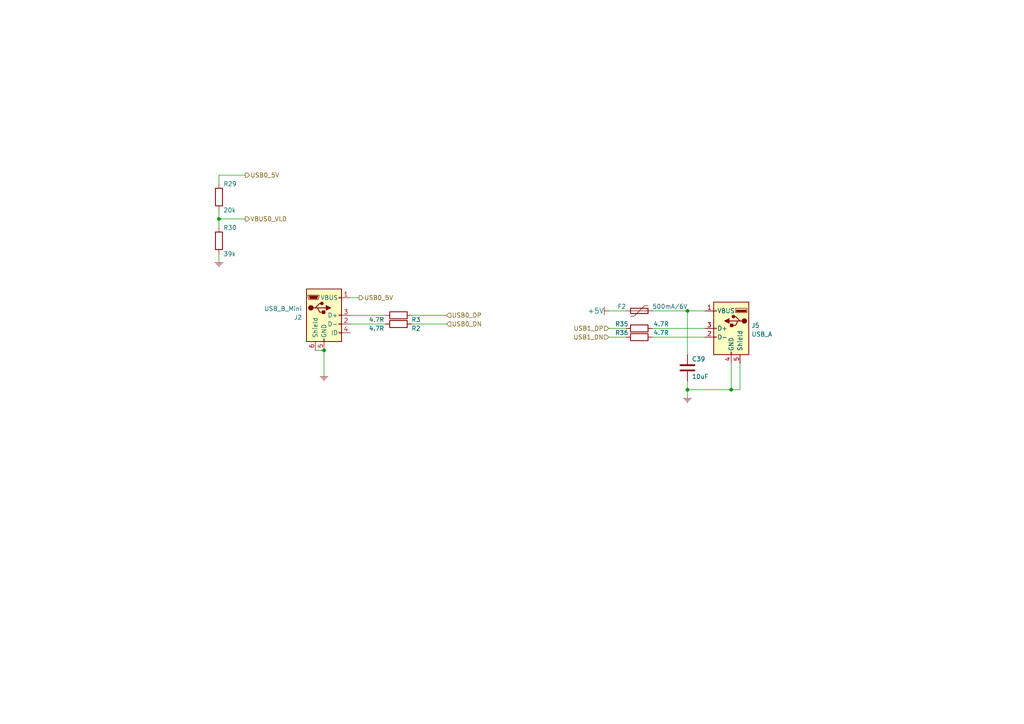
<source format=kicad_sch>
(kicad_sch (version 20230121) (generator eeschema)
  (paper "A4")
  (lib_symbols
    (symbol "0_power:+5V" (power) (pin_names (offset 1.016))
      (property "Value" "+5V" (at 0 1.27 0))
      (symbol "+5V_0_1"
        (polyline (pts (xy -1.143 0) (xy 1.143 0)))
        (polyline (pts (xy 0 0) (xy 0 -1.27)))
      )
      (symbol "+5V_1_1"
        (pin power_in line (at 0 -1.27 90) (length 0) hide (name "+5V") (number "1"))
      )
    )
    (symbol "0_power:GND" (power) (pin_names (offset 1.016))
      (symbol "GND_0_1"
        (polyline (pts (xy -1.143 0) (xy 1.143 0)))
        (polyline (pts (xy -0.762 -0.381) (xy 0.762 -0.381)))
        (polyline (pts (xy -0.381 -0.762) (xy 0.381 -0.762)))
        (polyline (pts (xy -0.127 -1.143) (xy 0.127 -1.143)))
      )
      (symbol "GND_1_1"
        (pin power_in line (at 0 0 270) (length 0) hide (name "GND") (number "1"))
      )
    )
    (symbol "0_ungrouped:USB_A" (pin_names (offset 1.016))
      (property "Reference" "J" (at -5.08 11.43 0))
      (property "Value" "USB_A" (at -5.08 8.89 0))
      (symbol "USB_A_0_1"
        (rectangle (start -5.08 -7.62) (end 5.08 7.62) (stroke (width 0.254)) (fill (type background)))
        (circle (center -3.81 2.159) (radius 0.635) (stroke (width 0.254)) (fill (type outline)))
        (rectangle (start -1.524 4.826) (end -4.318 5.334) (fill (type outline)))
        (rectangle (start -1.27 4.572) (end -4.572 5.842))
        (circle (center -0.635 3.429) (radius 0.381) (stroke (width 0.254)) (fill (type outline)))
        (rectangle (start -0.127 -7.62) (end 0.127 -6.858))
        (polyline (pts (xy -3.175 2.159) (xy -2.54 2.159) (xy -1.27 3.429) (xy -0.635 3.429)) (stroke (width 0.254)))
        (polyline (pts (xy -2.54 2.159) (xy -1.905 2.159) (xy -1.27 0.889) (xy 0 0.889)) (stroke (width 0.254)))
        (polyline (pts (xy 0.635 2.794) (xy 0.635 1.524) (xy 1.905 2.159) (xy 0.635 2.794)) (stroke (width 0.254)) (fill (type outline)))
        (rectangle (start 0.254 1.27) (end -0.508 0.508) (stroke (width 0.254)) (fill (type outline)))
        (rectangle (start 5.08 -2.667) (end 4.318 -2.413))
        (rectangle (start 5.08 -0.127) (end 4.318 0.127))
        (rectangle (start 5.08 4.953) (end 4.318 5.207))
      )
      (symbol "USB_A_1_1"
        (polyline (pts (xy -1.905 2.159) (xy 0.635 2.159)) (stroke (width 0.254)))
        (pin passive line (at 7.62 5.08 180) (length 2.54) (name "VBUS") (number "1"))
        (pin passive line (at 7.62 -2.54 180) (length 2.54) (name "D-") (number "2"))
        (pin passive line (at 7.62 0 180) (length 2.54) (name "D+") (number "3"))
        (pin passive line (at 0 -10.16 90) (length 2.54) (name "GND") (number "4"))
        (pin passive line (at -2.54 -10.16 90) (length 2.54) (name "Shield") (number "5"))
      )
    )
    (symbol "Connector:USB_B_Mini" (pin_names (offset 1.016))
      (property "Reference" "J" (at -5.08 11.43 0))
      (property "Value" "USB_B_Mini" (at -5.08 8.89 0))
      (symbol "USB_B_Mini_0_1"
        (rectangle (start -5.08 -7.62) (end 5.08 7.62) (stroke (width 0.254)) (fill (type background)))
        (circle (center -3.81 2.159) (radius 0.635) (stroke (width 0.254)) (fill (type outline)))
        (circle (center -0.635 3.429) (radius 0.381) (stroke (width 0.254)) (fill (type outline)))
        (rectangle (start -0.127 -7.62) (end 0.127 -6.858))
        (polyline (pts (xy -1.905 2.159) (xy 0.635 2.159)) (stroke (width 0.254)))
        (polyline (pts (xy -3.175 2.159) (xy -2.54 2.159) (xy -1.27 3.429) (xy -0.635 3.429)) (stroke (width 0.254)))
        (polyline (pts (xy -2.54 2.159) (xy -1.905 2.159) (xy -1.27 0.889) (xy 0 0.889)) (stroke (width 0.254)))
        (polyline (pts (xy 0.635 2.794) (xy 0.635 1.524) (xy 1.905 2.159) (xy 0.635 2.794)) (stroke (width 0.254)) (fill (type outline)))
        (polyline (pts (xy -4.318 5.588) (xy -1.778 5.588) (xy -2.032 4.826) (xy -4.064 4.826) (xy -4.318 5.588)) (fill (type outline)))
        (polyline (pts (xy -4.699 5.842) (xy -4.699 5.588) (xy -4.445 4.826) (xy -4.445 4.572) (xy -1.651 4.572) (xy -1.651 4.826) (xy -1.397 5.588) (xy -1.397 5.842) (xy -4.699 5.842)))
        (rectangle (start 0.254 1.27) (end -0.508 0.508) (stroke (width 0.254)) (fill (type outline)))
        (rectangle (start 5.08 -5.207) (end 4.318 -4.953))
        (rectangle (start 5.08 -2.667) (end 4.318 -2.413))
        (rectangle (start 5.08 -0.127) (end 4.318 0.127))
        (rectangle (start 5.08 4.953) (end 4.318 5.207))
      )
      (symbol "USB_B_Mini_1_1"
        (pin power_out line (at 7.62 5.08 180) (length 2.54) (name "VBUS") (number "1"))
        (pin bidirectional line (at 7.62 -2.54 180) (length 2.54) (name "D-") (number "2"))
        (pin bidirectional line (at 7.62 0 180) (length 2.54) (name "D+") (number "3"))
        (pin passive line (at 7.62 -5.08 180) (length 2.54) (name "ID") (number "4"))
        (pin power_out line (at 0 -10.16 90) (length 2.54) (name "GND") (number "5"))
        (pin passive line (at -2.54 -10.16 90) (length 2.54) (name "Shield") (number "6"))
      )
    )
    (symbol "Device:C" (pin_numbers hide) (pin_names (offset 0.254))
      (property "Reference" "C" (at 0.635 2.54 0))
      (property "Value" "C" (at 0.635 -2.54 0))
      (symbol "C_0_1"
        (polyline (pts (xy -2.032 -0.762) (xy 2.032 -0.762)) (stroke (width 0.508)))
        (polyline (pts (xy -2.032 0.762) (xy 2.032 0.762)) (stroke (width 0.508)))
      )
      (symbol "C_1_1"
        (pin passive line (at 0 3.81 270) (length 2.794) (name "~") (number "1"))
        (pin passive line (at 0 -3.81 90) (length 2.794) (name "~") (number "2"))
      )
    )
    (symbol "Device:Polyfuse" (pin_numbers hide) (pin_names (offset 0))
      (property "Reference" "F" (at -2.54 0 90))
      (property "Value" "Polyfuse" (at 2.54 0 90))
      (symbol "Polyfuse_0_1"
        (rectangle (start -0.762 2.54) (end 0.762 -2.54) (stroke (width 0.254)))
        (polyline (pts (xy 0 2.54) (xy 0 -2.54)))
        (polyline (pts (xy -1.524 2.54) (xy -1.524 1.524) (xy 1.524 -1.524) (xy 1.524 -2.54)))
      )
      (symbol "Polyfuse_1_1"
        (pin passive line (at 0 3.81 270) (length 1.27) (name "~") (number "1"))
        (pin passive line (at 0 -3.81 90) (length 1.27) (name "~") (number "2"))
      )
    )
    (symbol "Device:R" (pin_numbers hide) (pin_names (offset 0))
      (property "Reference" "R" (at 2.032 0 90))
      (property "Value" "R" (at 0 0 90))
      (symbol "R_0_1"
        (rectangle (start -1.016 -2.54) (end 1.016 2.54) (stroke (width 0.254)))
      )
      (symbol "R_1_1"
        (pin passive line (at 0 3.81 270) (length 1.27) (name "~") (number "1"))
        (pin passive line (at 0 -3.81 90) (length 1.27) (name "~") (number "2"))
      )
    )
  )
  (junction (at 199.39 113.03))
  (junction (at 63.5 63.5))
  (junction (at 212.09 113.03))
  (junction (at 199.39 90.17))
  (junction (at 93.98 101.6))
  (wire (pts (xy 63.5 60.96) (xy 63.5 63.5)))
  (wire (pts (xy 176.53 90.17) (xy 181.61 90.17)))
  (wire (pts (xy 176.53 97.79) (xy 181.61 97.79)))
  (wire (pts (xy 71.12 50.8) (xy 63.5 50.8)))
  (wire (pts (xy 63.5 50.8) (xy 63.5 53.34)))
  (wire (pts (xy 93.98 101.6) (xy 93.98 109.22)))
  (wire (pts (xy 189.23 95.25) (xy 204.47 95.25)))
  (wire (pts (xy 199.39 90.17) (xy 204.47 90.17)))
  (wire (pts (xy 93.98 101.6) (xy 91.44 101.6)))
  (wire (pts (xy 189.23 97.79) (xy 204.47 97.79)))
  (wire (pts (xy 212.09 105.41) (xy 212.09 113.03)))
  (wire (pts (xy 101.6 93.98) (xy 111.76 93.98)))
  (wire (pts (xy 129.54 91.44) (xy 119.38 91.44)))
  (wire (pts (xy 189.23 90.17) (xy 199.39 90.17)))
  (wire (pts (xy 101.6 91.44) (xy 111.76 91.44)))
  (wire (pts (xy 214.63 113.03) (xy 212.09 113.03)))
  (wire (pts (xy 199.39 90.17) (xy 199.39 102.87)))
  (wire (pts (xy 214.63 105.41) (xy 214.63 113.03)))
  (wire (pts (xy 176.53 95.25) (xy 181.61 95.25)))
  (wire (pts (xy 199.39 113.03) (xy 199.39 110.49)))
  (wire (pts (xy 199.39 113.03) (xy 199.39 115.57)))
  (wire (pts (xy 129.54 93.98) (xy 119.38 93.98)))
  (wire (pts (xy 63.5 73.66) (xy 63.5 76.2)))
  (wire (pts (xy 63.5 63.5) (xy 63.5 66.04)))
  (wire (pts (xy 212.09 113.03) (xy 199.39 113.03)))
  (wire (pts (xy 104.14 86.36) (xy 101.6 86.36)))
  (wire (pts (xy 63.5 63.5) (xy 71.12 63.5)))
  (hierarchical_label "VBUS0_VLD" (shape output) (at 71.12 63.5 0))
  (hierarchical_label "USB0_DP" (shape input) (at 129.54 91.44 0))
  (hierarchical_label "USB1_DN" (shape input) (at 176.53 97.79 180))
  (hierarchical_label "USB0_DN" (shape input) (at 129.54 93.98 0))
  (hierarchical_label "USB0_5V" (shape output) (at 104.14 86.36 0))
  (hierarchical_label "USB1_DP" (shape input) (at 176.53 95.25 180))
  (hierarchical_label "USB0_5V" (shape output) (at 71.12 50.8 0))
  (symbol (lib_id "Device:R") (at 115.57 91.44 270) (unit 1)
    (property "Reference" "R3" (at 120.65 92.71 90))
    (property "Value" "4.7R" (at 109.22 92.71 90))
    (property "Footprint" "Resistor_SMD:R_0805_2012Metric_Pad1.20x1.40mm_HandSolder" (effects hide))
  )
  (symbol (lib_id "0_ungrouped:USB_A") (at 212.09 95.25 0) (mirror y) (unit 1)
    (property "Reference" "J5" (at 217.932 94.4153 0) (effects (justify right)))
    (property "Value" "USB_A" (at 217.932 96.9522 0) (effects (justify right)))
    (property "Footprint" "digikey-footprints:USB_A_Female_UE27AC54100" (effects hide))
    (property "Datasheet" " ~" (effects hide))
  )
  (symbol (lib_id "Device:R") (at 63.5 69.85 0) (unit 1)
    (property "Reference" "R30" (at 64.77 66.04 0) (effects (justify left)))
    (property "Value" "39k" (at 64.77 73.66 0) (effects (justify left)))
    (property "Footprint" "Resistor_SMD:R_0805_2012Metric_Pad1.20x1.40mm_HandSolder" (effects hide))
  )
  (symbol (lib_id "Device:C") (at 199.39 106.68 0) (unit 1)
    (property "Reference" "C39" (at 200.66 104.14 0) (effects (justify left)))
    (property "Value" "10uF" (at 200.66 109.22 0) (effects (justify left)))
    (property "Footprint" "Capacitor_SMD:C_0805_2012Metric_Pad1.18x1.45mm_HandSolder" (effects hide))
  )
  (symbol (lib_id "Device:R") (at 185.42 95.25 90) (unit 1)
    (property "Reference" "R35" (at 180.34 93.98 90))
    (property "Value" "4.7R" (at 191.77 93.98 90))
    (property "Footprint" "Resistor_SMD:R_0805_2012Metric_Pad1.20x1.40mm_HandSolder" (effects hide))
  )
  (symbol (lib_id "Connector:USB_B_Mini") (at 93.98 91.44 0) (unit 1)
    (property "Reference" "J2" (at 87.63 92.075 0) (effects (justify right)))
    (property "Value" "USB_B_Mini" (at 87.63 89.535 0) (effects (justify right)))
    (property "Footprint" "digikey-footprints:USB_Mini_B_Female_690-005-299-043" (effects hide))
    (instances (project "getting-started" (path "" (reference "J2") (unit 1))) (project "NUC980DKxxYx_Development_Board" (path "" (reference "J12") (unit 1))))
  )
  (symbol (lib_id "0_power:+5V") (at 175.26 90.17 90) (mirror x) (unit 1)
    (property "Reference" "#PWR0142" (effects hide))
    (property "Value" "+5V" (at 175.26 90.17 90) (effects (font (size 1.524 1.524)) (justify left)))
  )
  (symbol (lib_id "Device:Polyfuse") (at 185.42 90.17 90) (unit 1)
    (property "Reference" "F2" (at 180.34 88.9 90))
    (property "Value" "500mA/6V" (at 194.31 88.9 90))
    (property "Footprint" "Fuse:Fuse_1206_3216Metric_Pad1.42x1.75mm_HandSolder" (effects hide))
  )
  (symbol (lib_id "Device:R") (at 115.57 93.98 270) (unit 1)
    (property "Reference" "R2" (at 120.65 95.25 90))
    (property "Value" "4.7R" (at 109.22 95.25 90))
    (property "Footprint" "Resistor_SMD:R_0805_2012Metric_Pad1.20x1.40mm_HandSolder" (effects hide))
  )
  (symbol (lib_id "0_power:GND") (at 199.39 115.57 0) (unit 1)
    (property "Reference" "#PWR021" (effects hide))
    (property "Value" "GND" (effects hide))
  )
  (symbol (lib_id "0_power:GND") (at 63.5 76.2 0) (unit 1)
    (property "Reference" "#PWR019" (effects hide))
    (property "Value" "GND" (effects hide))
  )
  (symbol (lib_id "Device:R") (at 185.42 97.79 90) (unit 1)
    (property "Reference" "R36" (at 180.34 96.52 90))
    (property "Value" "4.7R" (at 191.77 96.52 90))
    (property "Footprint" "Resistor_SMD:R_0805_2012Metric_Pad1.20x1.40mm_HandSolder" (effects hide))
  )
  (symbol (lib_id "Device:R") (at 63.5 57.15 0) (unit 1)
    (property "Reference" "R29" (at 64.77 53.34 0) (effects (justify left)))
    (property "Value" "20k" (at 64.77 60.96 0) (effects (justify left)))
    (property "Footprint" "Resistor_SMD:R_0805_2012Metric_Pad1.20x1.40mm_HandSolder" (effects hide))
  )
  (symbol (lib_id "0_power:GND") (at 93.98 109.22 0) (unit 1)
    (property "Reference" "#PWR020" (effects hide))
    (property "Value" "GND" (effects hide))
  )
)
</source>
